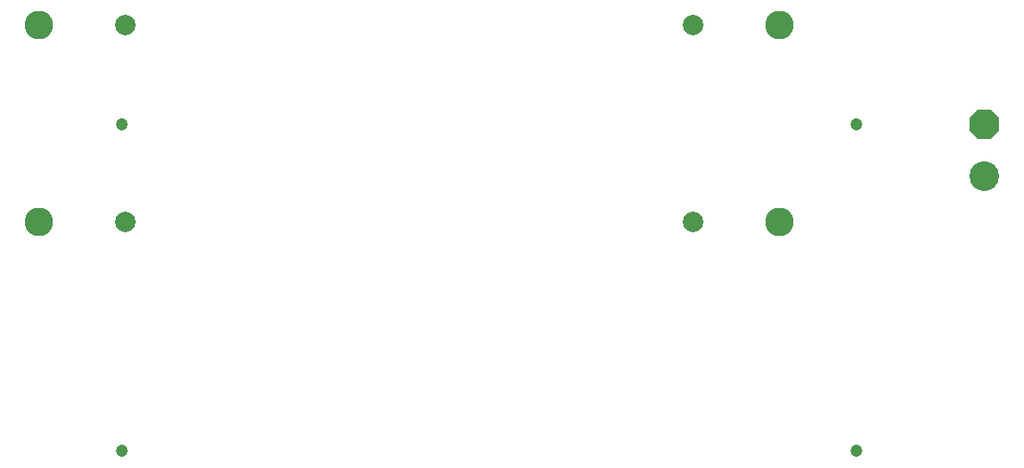
<source format=gbs>
G04*
G04 #@! TF.GenerationSoftware,Altium Limited,Altium Designer,20.0.11 (256)*
G04*
G04 Layer_Color=16711935*
%FSLAX25Y25*%
%MOIN*%
G70*
G01*
G75*
%ADD13C,0.07874*%
%ADD14C,0.11036*%
%ADD15P,0.12372X8X292.5*%
%ADD16C,0.11430*%
%ADD17C,0.04737*%
D13*
X265662Y203720D02*
D03*
Y127736D02*
D03*
X46686Y203720D02*
D03*
Y127736D02*
D03*
D14*
X13261D02*
D03*
Y203720D02*
D03*
X299088Y127736D02*
D03*
Y203720D02*
D03*
D15*
X377953Y165354D02*
D03*
D16*
Y145354D02*
D03*
D17*
X328740Y165354D02*
D03*
X45276D02*
D03*
X328740Y39370D02*
D03*
X45276D02*
D03*
M02*

</source>
